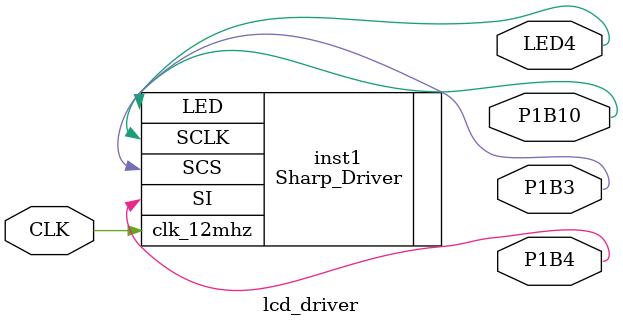
<source format=v>
/***
*   Date: May 31th, 2021
*   Author: Arash Roshanineshat
*   top module for the LCD driver
***/

`timescale 1ns/1ps

module lcd_driver (
  input CLK,

  output wire P1B10, 
  output wire P1B4,
  output wire P1B3,
  output wire LED4,
);

  Sharp_Driver inst1 (
    .clk_12mhz (CLK),
    .SCLK(P1B10),
    .SI (P1B4),
    .SCS (P1B3),
    .LED (LED4)
  );
endmodule 

</source>
